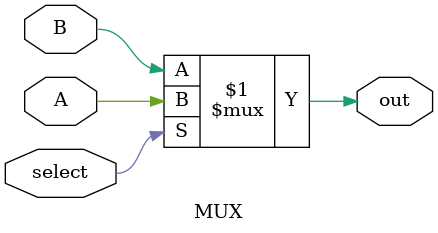
<source format=v>
module MUX(
    input A,B,select,
    output out);
    assign out = select ? A:B;
endmodule

</source>
